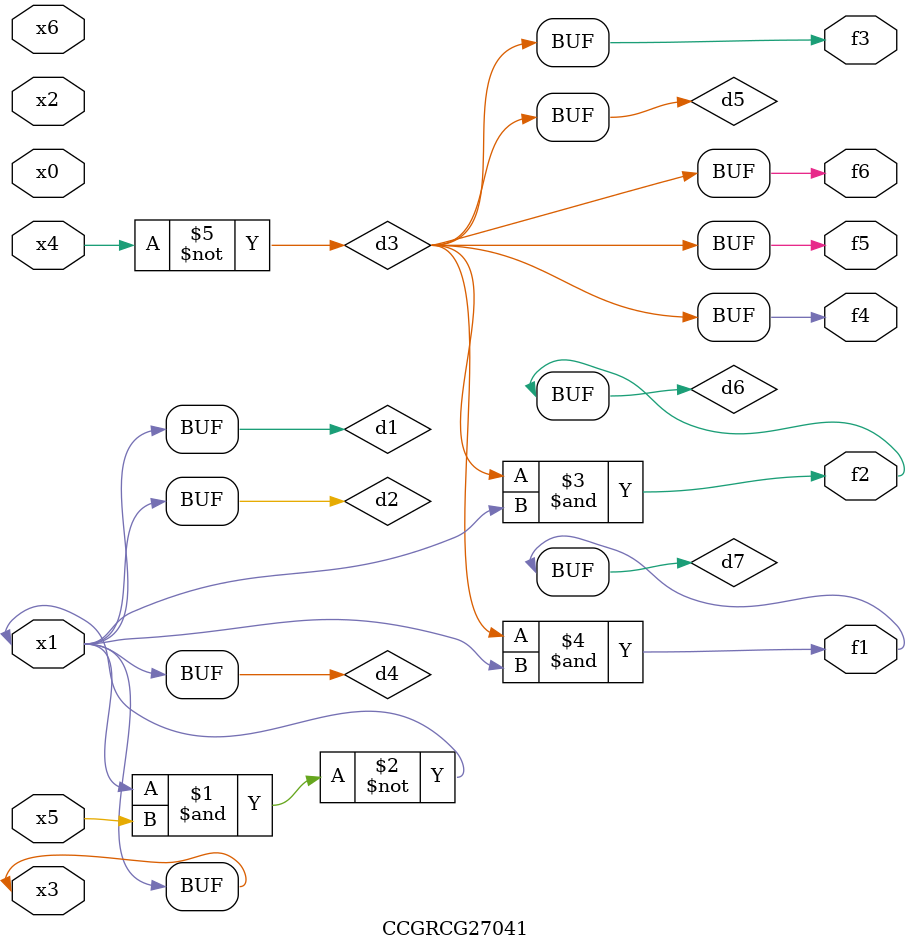
<source format=v>
module CCGRCG27041(
	input x0, x1, x2, x3, x4, x5, x6,
	output f1, f2, f3, f4, f5, f6
);

	wire d1, d2, d3, d4, d5, d6, d7;

	buf (d1, x1, x3);
	nand (d2, x1, x5);
	not (d3, x4);
	buf (d4, d1, d2);
	buf (d5, d3);
	and (d6, d3, d4);
	and (d7, d3, d4);
	assign f1 = d7;
	assign f2 = d6;
	assign f3 = d5;
	assign f4 = d5;
	assign f5 = d5;
	assign f6 = d5;
endmodule

</source>
